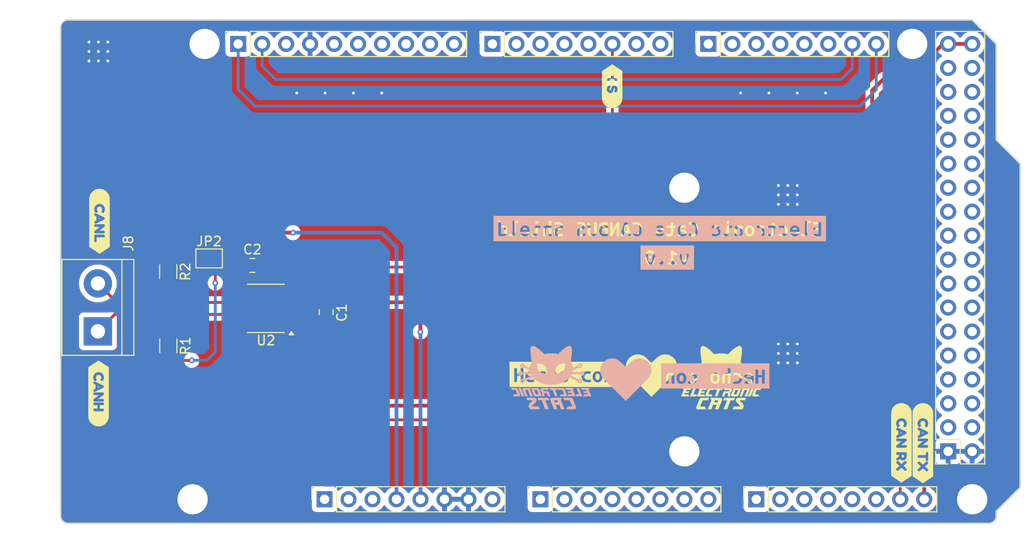
<source format=kicad_pcb>
(kicad_pcb (version 20240108) (generator "pcbnew") (generator_version "8.0")
  (title_block (date "mar. 31 mars 2015"))
  (layers (0 "F.Cu" signal) (31 "B.Cu" signal) (34 "B.Paste" user) (35 "F.Paste" user) (36 "B.SilkS" user "B.Silkscreen") (37 "F.SilkS" user "F.Silkscreen") (38 "B.Mask" user) (39 "F.Mask" user) (44 "Edge.Cuts" user))
  (net 0 "")
  (net 1 "GND")
  (net 2 "/*52")
  (net 3 "/53")
  (net 4 "/50")
  (net 5 "/51")
  (net 6 "/48")
  (net 7 "/49")
  (net 8 "/*46")
  (net 9 "/47")
  (net 10 "/*44")
  (net 11 "/*45")
  (net 12 "/42")
  (net 13 "/43")
  (net 14 "/40")
  (net 15 "/41")
  (net 16 "/38")
  (net 17 "/39")
  (net 18 "/36")
  (net 19 "/37")
  (net 20 "/34")
  (net 21 "/35")
  (net 22 "/32")
  (net 23 "/33")
  (net 24 "/30")
  (net 25 "/31")
  (net 26 "/28")
  (net 27 "/29")
  (net 28 "/26")
  (net 29 "/27")
  (net 30 "/24")
  (net 31 "/25")
  (net 32 "/22")
  (net 33 "/23")
  (net 34 "+5V")
  (net 35 "/IOREF")
  (net 36 "/A0")
  (net 37 "/A1")
  (net 38 "/A2")
  (net 39 "/A3")
  (net 40 "/A4")
  (net 41 "/A5")
  (net 42 "/A6")
  (net 43 "/A7")
  (net 44 "/A8")
  (net 45 "/A9")
  (net 46 "/A10")
  (net 47 "/A11")
  (net 48 "/A12")
  (net 49 "/A13")
  (net 50 "/CANRX0_DUE{slash}GIGA")
  (net 51 "/AREF")
  (net 52 "/*13")
  (net 53 "/*12")
  (net 54 "/*11")
  (net 55 "/*10")
  (net 56 "/*9")
  (net 57 "/*8")
  (net 58 "/*7")
  (net 59 "/*6")
  (net 60 "/*5")
  (net 61 "/*4")
  (net 62 "/*3")
  (net 63 "/*2")
  (net 64 "/TX0{slash}1")
  (net 65 "/RX0{slash}0")
  (net 66 "+3V3")
  (net 67 "/TX3{slash}14")
  (net 68 "/RX3{slash}15")
  (net 69 "/TX2{slash}16")
  (net 70 "/RX2{slash}17")
  (net 71 "/TX1{slash}18")
  (net 72 "/RX1{slash}19")
  (net 73 "/SDA{slash}20")
  (net 74 "/SCL{slash}21")
  (net 75 "VCC")
  (net 76 "/~{RESET}")
  (net 78 "/CANTX0_DUE{slash}GIGA")
  (net 79 "Net-(J8-Pin_1)")
  (net 80 "Net-(J8-Pin_2)")
  (net 81 "Net-(JP2-A)")
  (net 82 "Net-(JP2-B)")
  (footprint "Connector_PinSocket_2.54mm:PinSocket_2x18_P2.54mm_Vertical" (layer "F.Cu") (at 193.98 92.38 180)
    (property "Reference" "J7" (hide yes))
    (property "Value" "Digital")
    (pad "1" thru_hole rect (at 0 0 180) (size 1.7 1.7) (drill 1) (layers "*.Cu" "*.Mask") (net 1 "GND"))
    (pad "2" thru_hole oval (at -2.54 0 180) (size 1.7 1.7) (drill 1) (layers "*.Cu" "*.Mask") (net 1 "GND"))
    (pad "3" thru_hole oval (at 0 2.54 180) (size 1.7 1.7) (drill 1) (layers "*.Cu" "*.Mask") (net 2 "/*52"))
    (pad "4" thru_hole oval (at -2.54 2.54 180) (size 1.7 1.7) (drill 1) (layers "*.Cu" "*.Mask") (net 3 "/53"))
    (pad "5" thru_hole oval (at 0 5.08 180) (size 1.7 1.7) (drill 1) (layers "*.Cu" "*.Mask") (net 4 "/50"))
    (pad "6" thru_hole oval (at -2.54 5.08 180) (size 1.7 1.7) (drill 1) (layers "*.Cu" "*.Mask") (net 5 "/51"))
    (pad "7" thru_hole oval (at 0 7.62 180) (size 1.7 1.7) (drill 1) (layers "*.Cu" "*.Mask") (net 6 "/48"))
    (pad "8" thru_hole oval (at -2.54 7.62 180) (size 1.7 1.7) (drill 1) (layers "*.Cu" "*.Mask") (net 7 "/49"))
    (pad "9" thru_hole oval (at 0 10.16 180) (size 1.7 1.7) (drill 1) (layers "*.Cu" "*.Mask") (net 8 "/*46"))
    (pad "10" thru_hole oval (at -2.54 10.16 180) (size 1.7 1.7) (drill 1) (layers "*.Cu" "*.Mask") (net 9 "/47"))
    (pad "11" thru_hole oval (at 0 12.7 180) (size 1.7 1.7) (drill 1) (layers "*.Cu" "*.Mask") (net 10 "/*44"))
    (pad "12" thru_hole oval (at -2.54 12.7 180) (size 1.7 1.7) (drill 1) (layers "*.Cu" "*.Mask") (net 11 "/*45"))
    (pad "13" thru_hole oval (at 0 15.24 180) (size 1.7 1.7) (drill 1) (layers "*.Cu" "*.Mask") (net 12 "/42"))
    (pad "14" thru_hole oval (at -2.54 15.24 180) (size 1.7 1.7) (drill 1) (layers "*.Cu" "*.Mask") (net 13 "/43"))
    (pad "15" thru_hole oval (at 0 17.78 180) (size 1.7 1.7) (drill 1) (layers "*.Cu" "*.Mask") (net 14 "/40"))
    (pad "16" thru_hole oval (at -2.54 17.78 180) (size 1.7 1.7) (drill 1) (layers "*.Cu" "*.Mask") (net 15 "/41"))
    (pad "17" thru_hole oval (at 0 20.32 180) (size 1.7 1.7) (drill 1) (layers "*.Cu" "*.Mask") (net 16 "/38"))
    (pad "18" thru_hole oval (at -2.54 20.32 180) (size 1.7 1.7) (drill 1) (layers "*.Cu" "*.Mask") (net 17 "/39"))
    (pad "19" thru_hole oval (at 0 22.86 180) (size 1.7 1.7) (drill 1) (layers "*.Cu" "*.Mask") (net 18 "/36"))
    (pad "20" thru_hole oval (at -2.54 22.86 180) (size 1.7 1.7) (drill 1) (layers "*.Cu" "*.Mask") (net 19 "/37"))
    (pad "21" thru_hole oval (at 0 25.4 180) (size 1.7 1.7) (drill 1) (layers "*.Cu" "*.Mask") (net 20 "/34"))
    (pad "22" thru_hole oval (at -2.54 25.4 180) (size 1.7 1.7) (drill 1) (layers "*.Cu" "*.Mask") (net 21 "/35"))
    (pad "23" thru_hole oval (at 0 27.94 180) (size 1.7 1.7) (drill 1) (layers "*.Cu" "*.Mask") (net 22 "/32"))
    (pad "24" thru_hole oval (at -2.54 27.94 180) (size 1.7 1.7) (drill 1) (layers "*.Cu" "*.Mask") (net 23 "/33"))
    (pad "25" thru_hole oval (at 0 30.48 180) (size 1.7 1.7) (drill 1) (layers "*.Cu" "*.Mask") (net 24 "/30"))
    (pad "26" thru_hole oval (at -2.54 30.48 180) (size 1.7 1.7) (drill 1) (layers "*.Cu" "*.Mask") (net 25 "/31"))
    (pad "27" thru_hole oval (at 0 33.02 180) (size 1.7 1.7) (drill 1) (layers "*.Cu" "*.Mask") (net 26 "/28"))
    (pad "28" thru_hole oval (at -2.54 33.02 180) (size 1.7 1.7) (drill 1) (layers "*.Cu" "*.Mask") (net 27 "/29"))
    (pad "29" thru_hole oval (at 0 35.56 180) (size 1.7 1.7) (drill 1) (layers "*.Cu" "*.Mask") (net 28 "/26"))
    (pad "30" thru_hole oval (at -2.54 35.56 180) (size 1.7 1.7) (drill 1) (layers "*.Cu" "*.Mask") (net 29 "/27"))
    (pad "31" thru_hole oval (at 0 38.1 180) (size 1.7 1.7) (drill 1) (layers "*.Cu" "*.Mask") (net 30 "/24"))
    (pad "32" thru_hole oval (at -2.54 38.1 180) (size 1.7 1.7) (drill 1) (layers "*.Cu" "*.Mask") (net 31 "/25"))
    (pad "33" thru_hole oval (at 0 40.64 180) (size 1.7 1.7) (drill 1) (layers "*.Cu" "*.Mask") (net 32 "/22"))
    (pad "34" thru_hole oval (at -2.54 40.64 180) (size 1.7 1.7) (drill 1) (layers "*.Cu" "*.Mask") (net 33 "/23"))
    (pad "35" thru_hole oval (at 0 43.18 180) (size 1.7 1.7) (drill 1) (layers "*.Cu" "*.Mask") (net 34 "+5V"))
    (pad "36" thru_hole oval (at -2.54 43.18 180) (size 1.7 1.7) (drill 1) (layers "*.Cu" "*.Mask") (net 34 "+5V"))
  )
  (footprint "Connector_PinSocket_2.54mm:PinSocket_1x08_P2.54mm_Vertical" (layer "F.Cu") (at 127.94 97.46 90)
    (property "Reference" "J1" (hide yes))
    (property "Value" "Power")
    (pad "1" thru_hole rect (at 0 0 90) (size 1.7 1.7) (drill 1) (layers "*.Cu" "*.Mask"))
    (pad "2" thru_hole oval (at 0 2.54 90) (size 1.7 1.7) (drill 1) (layers "*.Cu" "*.Mask") (net 35 "/IOREF"))
    (pad "3" thru_hole oval (at 0 5.08 90) (size 1.7 1.7) (drill 1) (layers "*.Cu" "*.Mask") (net 76 "/~{RESET}"))
    (pad "4" thru_hole oval (at 0 7.62 90) (size 1.7 1.7) (drill 1) (layers "*.Cu" "*.Mask") (net 66 "+3V3"))
    (pad "5" thru_hole oval (at 0 10.16 90) (size 1.7 1.7) (drill 1) (layers "*.Cu" "*.Mask") (net 34 "+5V"))
    (pad "6" thru_hole oval (at 0 12.7 90) (size 1.7 1.7) (drill 1) (layers "*.Cu" "*.Mask") (net 1 "GND"))
    (pad "7" thru_hole oval (at 0 15.24 90) (size 1.7 1.7) (drill 1) (layers "*.Cu" "*.Mask") (net 1 "GND"))
    (pad "8" thru_hole oval (at 0 17.78 90) (size 1.7 1.7) (drill 1) (layers "*.Cu" "*.Mask") (net 75 "VCC"))
  )
  (footprint "Connector_PinSocket_2.54mm:PinSocket_1x08_P2.54mm_Vertical" (layer "F.Cu") (at 150.8 97.46 90)
    (property "Reference" "J3" (hide yes))
    (property "Value" "Analog")
    (pad "1" thru_hole rect (at 0 0 90) (size 1.7 1.7) (drill 1) (layers "*.Cu" "*.Mask") (net 36 "/A0"))
    (pad "2" thru_hole oval (at 0 2.54 90) (size 1.7 1.7) (drill 1) (layers "*.Cu" "*.Mask") (net 37 "/A1"))
    (pad "3" thru_hole oval (at 0 5.08 90) (size 1.7 1.7) (drill 1) (layers "*.Cu" "*.Mask") (net 38 "/A2"))
    (pad "4" thru_hole oval (at 0 7.62 90) (size 1.7 1.7) (drill 1) (layers "*.Cu" "*.Mask") (net 39 "/A3"))
    (pad "5" thru_hole oval (at 0 10.16 90) (size 1.7 1.7) (drill 1) (layers "*.Cu" "*.Mask") (net 40 "/A4"))
    (pad "6" thru_hole oval (at 0 12.7 90) (size 1.7 1.7) (drill 1) (layers "*.Cu" "*.Mask") (net 41 "/A5"))
    (pad "7" thru_hole oval (at 0 15.24 90) (size 1.7 1.7) (drill 1) (layers "*.Cu" "*.Mask") (net 42 "/A6"))
    (pad "8" thru_hole oval (at 0 17.78 90) (size 1.7 1.7) (drill 1) (layers "*.Cu" "*.Mask") (net 43 "/A7"))
  )
  (footprint "Connector_PinSocket_2.54mm:PinSocket_1x08_P2.54mm_Vertical" (layer "F.Cu") (at 173.66 97.46 90)
    (property "Reference" "J5" (hide yes))
    (property "Value" "Analog")
    (pad "1" thru_hole rect (at 0 0 90) (size 1.7 1.7) (drill 1) (layers "*.Cu" "*.Mask") (net 44 "/A8"))
    (pad "2" thru_hole oval (at 0 2.54 90) (size 1.7 1.7) (drill 1) (layers "*.Cu" "*.Mask") (net 45 "/A9"))
    (pad "3" thru_hole oval (at 0 5.08 90) (size 1.7 1.7) (drill 1) (layers "*.Cu" "*.Mask") (net 46 "/A10"))
    (pad "4" thru_hole oval (at 0 7.62 90) (size 1.7 1.7) (drill 1) (layers "*.Cu" "*.Mask") (net 47 "/A11"))
    (pad "5" thru_hole oval (at 0 10.16 90) (size 1.7 1.7) (drill 1) (layers "*.Cu" "*.Mask") (net 48 "/A12"))
    (pad "6" thru_hole oval (at 0 12.7 90) (size 1.7 1.7) (drill 1) (layers "*.Cu" "*.Mask") (net 49 "/A13"))
    (pad "7" thru_hole oval (at 0 15.24 90) (size 1.7 1.7) (drill 1) (layers "*.Cu" "*.Mask") (net 50 "/CANRX0_DUE{slash}GIGA"))
    (pad "8" thru_hole oval (at 0 17.78 90) (size 1.7 1.7) (drill 1) (layers "*.Cu" "*.Mask") (net 78 "/CANTX0_DUE{slash}GIGA"))
  )
  (footprint "Connector_PinSocket_2.54mm:PinSocket_1x10_P2.54mm_Vertical" (layer "F.Cu") (at 118.796 49.2 90)
    (property "Reference" "J2" (hide yes))
    (property "Value" "PWM")
    (pad "1" thru_hole rect (at 0 0 90) (size 1.7 1.7) (drill 1) (layers "*.Cu" "*.Mask") (net 74 "/SCL{slash}21"))
    (pad "2" thru_hole oval (at 0 2.54 90) (size 1.7 1.7) (drill 1) (layers "*.Cu" "*.Mask") (net 73 "/SDA{slash}20"))
    (pad "3" thru_hole oval (at 0 5.08 90) (size 1.7 1.7) (drill 1) (layers "*.Cu" "*.Mask") (net 51 "/AREF"))
    (pad "4" thru_hole oval (at 0 7.62 90) (size 1.7 1.7) (drill 1) (layers "*.Cu" "*.Mask") (net 1 "GND"))
    (pad "5" thru_hole oval (at 0 10.16 90) (size 1.7 1.7) (drill 1) (layers "*.Cu" "*.Mask") (net 52 "/*13"))
    (pad "6" thru_hole oval (at 0 12.7 90) (size 1.7 1.7) (drill 1) (layers "*.Cu" "*.Mask") (net 53 "/*12"))
    (pad "7" thru_hole oval (at 0 15.24 90) (size 1.7 1.7) (drill 1) (layers "*.Cu" "*.Mask") (net 54 "/*11"))
    (pad "8" thru_hole oval (at 0 17.78 90) (size 1.7 1.7) (drill 1) (layers "*.Cu" "*.Mask") (net 55 "/*10"))
    (pad "9" thru_hole oval (at 0 20.32 90) (size 1.7 1.7) (drill 1) (layers "*.Cu" "*.Mask") (net 56 "/*9"))
    (pad "10" thru_hole oval (at 0 22.86 90) (size 1.7 1.7) (drill 1) (layers "*.Cu" "*.Mask") (net 57 "/*8"))
  )
  (footprint "Connector_PinSocket_2.54mm:PinSocket_1x08_P2.54mm_Vertical" (layer "F.Cu") (at 145.72 49.2 90)
    (property "Reference" "J4" (hide yes))
    (property "Value" "PWM")
    (pad "1" thru_hole rect (at 0 0 90) (size 1.7 1.7) (drill 1) (layers "*.Cu" "*.Mask") (net 58 "/*7"))
    (pad "2" thru_hole oval (at 0 2.54 90) (size 1.7 1.7) (drill 1) (layers "*.Cu" "*.Mask") (net 59 "/*6"))
    (pad "3" thru_hole oval (at 0 5.08 90) (size 1.7 1.7) (drill 1) (layers "*.Cu" "*.Mask") (net 60 "/*5"))
    (pad "4" thru_hole oval (at 0 7.62 90) (size 1.7 1.7) (drill 1) (layers "*.Cu" "*.Mask") (net 61 "/*4"))
    (pad "5" thru_hole oval (at 0 10.16 90) (size 1.7 1.7) (drill 1) (layers "*.Cu" "*.Mask") (net 62 "/*3"))
    (pad "6" thru_hole oval (at 0 12.7 90) (size 1.7 1.7) (drill 1) (layers "*.Cu" "*.Mask") (net 63 "/*2"))
    (pad "7" thru_hole oval (at 0 15.24 90) (size 1.7 1.7) (drill 1) (layers "*.Cu" "*.Mask") (net 64 "/TX0{slash}1"))
    (pad "8" thru_hole oval (at 0 17.78 90) (size 1.7 1.7) (drill 1) (layers "*.Cu" "*.Mask") (net 65 "/RX0{slash}0"))
  )
  (footprint "Connector_PinSocket_2.54mm:PinSocket_1x08_P2.54mm_Vertical" (layer "F.Cu") (at 168.58 49.2 90)
    (property "Reference" "J6" (hide yes))
    (property "Value" "Communication")
    (pad "1" thru_hole rect (at 0 0 90) (size 1.7 1.7) (drill 1) (layers "*.Cu" "*.Mask") (net 67 "/TX3{slash}14"))
    (pad "2" thru_hole oval (at 0 2.54 90) (size 1.7 1.7) (drill 1) (layers "*.Cu" "*.Mask") (net 68 "/RX3{slash}15"))
    (pad "3" thru_hole oval (at 0 5.08 90) (size 1.7 1.7) (drill 1) (layers "*.Cu" "*.Mask") (net 69 "/TX2{slash}16"))
    (pad "4" thru_hole oval (at 0 7.62 90) (size 1.7 1.7) (drill 1) (layers "*.Cu" "*.Mask") (net 70 "/RX2{slash}17"))
    (pad "5" thru_hole oval (at 0 10.16 90) (size 1.7 1.7) (drill 1) (layers "*.Cu" "*.Mask") (net 71 "/TX1{slash}18"))
    (pad "6" thru_hole oval (at 0 12.7 90) (size 1.7 1.7) (drill 1) (layers "*.Cu" "*.Mask") (net 72 "/RX1{slash}19"))
    (pad "7" thru_hole oval (at 0 15.24 90) (size 1.7 1.7) (drill 1) (layers "*.Cu" "*.Mask") (net 73 "/SDA{slash}20"))
    (pad "8" thru_hole oval (at 0 17.78 90) (size 1.7 1.7) (drill 1) (layers "*.Cu" "*.Mask") (net 74 "/SCL{slash}21"))
  )
  (footprint "Aesthetics:electronic_cats_logo_8x6" (layer "F.Cu") (at 169.94 84.57)
    (property "Reference" "G***" (hide yes))
    (property "Value" "LOGO" (hide yes))
  )
  (footprint "kibuzzard-661820F9" (layer "F.Cu") (at 153.26 84.22)
    (property "Reference" "kibuzzard-661820F9" (hide yes))
    (property "Value" "G***" (hide yes))
  )
  (footprint "kibuzzard-66182200" (layer "F.Cu") (at 189.03 91.48 -90)
    (property "Reference" "kibuzzard-66182200" (hide yes))
    (property "Value" "G***" (hide yes))
  )
  (footprint "Arduino_MountingHole:MountingHole_3.2mm" (layer "F.Cu") (at 196.52 97.46)
    (property "Reference" "MH6" (hide yes))
    (property "Value" "MountingHole_3.2mm" (hide yes))
    (pad "" np_thru_hole circle (at 0 0) (size 3.2 3.2) (drill 3.2) (layers "*.Cu" "*.Mask"))
  )
  (footprint "kibuzzard-66182264" (layer "F.Cu") (at 104.01 86.24 -90)
    (property "Reference" "kibuzzard-66182264" (hide yes))
    (property "Value" "G***" (hide yes))
  )
  (footprint "Jumper:SolderJumper-2_P1.3mm_Bridged_Pad1.0x1.5mm" (layer "F.Cu") (at 115.72 71.93)
    (property "Reference" "JP2" (at 0 -1.8 0) (layer "F.SilkS"))
    (property "Value" "SolderJumper_2_Bridged")
    (fp_poly (pts (xy -0.25 -0.3) (xy 0.25 -0.3) (xy 0.25 0.3) (xy -0.25 0.3)) (fill solid) (layer "F.Cu"))
    (pad "1" smd rect (at -0.65 0) (size 1 1.5) (layers "F.Cu" "F.Mask") (net 81 "Net-(JP2-A)"))
    (pad "2" smd rect (at 0.65 0) (size 1 1.5) (layers "F.Cu" "F.Mask") (net 82 "Net-(JP2-B)"))
  )
  (footprint "kibuzzard-66182154" (layer "F.Cu") (at 163.44 68.76)
    (property "Reference" "kibuzzard-66182154" (hide yes))
    (property "Value" "G***" (hide yes))
  )
  (footprint "Capacitor_SMD:C_0805_2012Metric_Pad1.18x1.45mm_HandSolder" (layer "F.Cu") (at 120.3 72.67)
    (property "Reference" "C2" (at 0 -1.68 0) (layer "F.SilkS"))
    (property "Value" "0.1u")
    (pad "1" smd roundrect (at -1.0375 0) (size 1.175 1.45) (layers "F.Cu" "F.Paste" "F.Mask") (roundrect_rratio 0.212766) (net 66 "+3V3"))
    (pad "2" smd roundrect (at 1.0375 0) (size 1.175 1.45) (layers "F.Cu" "F.Paste" "F.Mask") (roundrect_rratio 0.212766) (net 1 "GND"))
  )
  (footprint "Aesthetics:heart" (layer "F.Cu") (at 159.84 84.82)
    (property "Reference" "Ref**" (hide yes))
    (property "Value" "Val**" (hide yes))
  )
  (footprint "Arduino_MountingHole:MountingHole_3.2mm" (layer "F.Cu") (at 115.24 49.2)
    (property "Reference" "MH1" (hide yes))
    (property "Value" "MountingHole_3.2mm" (hide yes))
    (pad "" np_thru_hole circle (at 0 0) (size 3.2 3.2) (drill 3.2) (layers "*.Cu" "*.Mask"))
  )
  (footprint "TerminalBlock:TerminalBlock_bornier-2_P5.08mm" (layer "F.Cu") (at 103.94 79.66 90)
    (property "Reference" "J8" (at 9.31 3.23 -90) (layer "F.SilkS"))
    (property "Value" "Screw_Terminal_01x02")
    (pad "1" thru_hole rect (at 0 0 90) (size 3 3) (drill 1.52) (layers "*.Cu" "*.Mask") (net 79 "Net-(J8-Pin_1)"))
    (pad "2" thru_hole circle (at 5.08 0 90) (size 3 3) (drill 1.52) (layers "*.Cu" "*.Mask") (net 80 "Net-(J8-Pin_2)"))
  )
  (footprint "kibuzzard-66182281" (layer "F.Cu") (at 104.11 68 -90)
    (property "Reference" "kibuzzard-66182281" (hide yes))
    (property "Value" "G***" (hide yes))
  )
  (footprint "kibuzzard-661821F7" (layer "F.Cu") (at 158.4 53.68 -90)
    (property "Reference" "kibuzzard-661821F7" (hide yes))
    (property "Value" "G***" (hide yes))
  )
  (footprint "Capacitor_SMD:C_0805_2012Metric_Pad1.18x1.45mm_HandSolder" (layer "F.Cu") (at 128.11 77.62 90)
    (property "Reference" "C1" (at -0.06 1.66 -90) (layer "F.SilkS"))
    (property "Value" "0.1u")
    (pad "1" smd roundrect (at -1.0375 0 90) (size 1.175 1.45) (layers "F.Cu" "F.Paste" "F.Mask") (roundrect_rratio 0.212766) (net 1 "GND"))
    (pad "2" smd roundrect (at 1.0375 0 90) (size 1.175 1.45) (layers "F.Cu" "F.Paste" "F.Mask") (roundrect_rratio 0.212766) (net 34 "+5V"))
  )
  (footprint "kibuzzard-66182208" (layer "F.Cu") (at 191.3 91.51 -90)
    (property "Reference" "kibuzzard-66182208" (hide yes))
    (property "Value" "G***" (hide yes))
  )
  (footprint "kibuzzard-6618216B" (layer "F.Cu") (at 164.23 71.84)
    (property "Reference" "kibuzzard-6618216B" (hide yes))
    (property "Value" "G***" (hide yes))
  )
  (footprint "Resistor_SMD:R_1206_3216Metric_Pad1.30x1.75mm_HandSolder" (layer "F.Cu") (at 111.39 73.34 -90)
    (property "Reference" "R2" (at 0 -1.82 -90) (layer "F.SilkS"))
    (property "Value" "60")
    (pad "1" smd roundrect (at -1.55 0 270) (size 1.3 1.75) (layers "F.Cu" "F.Paste" "F.Mask") (roundrect_rratio 0.192308) (net 81 "Net-(JP2-A)"))
    (pad "2" smd roundrect (at 1.55 0 270) (size 1.3 1.75) (layers "F.Cu" "F.Paste" "F.Mask") (roundrect_rratio 0.192308) (net 80 "Net-(J8-Pin_2)"))
  )
  (footprint "Package_SO:SOIC-8_3.9x4.9mm_P1.27mm" (layer "F.Cu") (at 121.73 77.23 180)
    (property "Reference" "U2" (at 0 -3.4 180) (layer "F.SilkS"))
    (property "Value" "TCAN1051HGV")
    (pad "1" smd roundrect (at -2.475 -1.905 180) (size 1.95 0.6) (layers "F.Cu" "F.Paste" "F.Mask") (net 78 "/CANTX0_DUE{slash}GIGA"))
    (pad "2" smd roundrect (at -2.475 -0.635 180) (size 1.95 0.6) (layers "F.Cu" "F.Paste" "F.Mask") (net 1 "GND"))
    (pad "3" smd roundrect (at -2.475 0.635 180) (size 1.95 0.6) (layers "F.Cu" "F.Paste" "F.Mask") (net 34 "+5V"))
    (pad "4" smd roundrect (at -2.475 1.905 180) (size 1.95 0.6) (layers "F.Cu" "F.Paste" "F.Mask") (net 50 "/CANRX0_DUE{slash}GIGA"))
    (pad "5" smd roundrect (at 2.475 1.905 180) (size 1.95 0.6) (layers "F.Cu" "F.Paste" "F.Mask") (net 66 "+3V3"))
    (pad "6" smd roundrect (at 2.475 0.635 180) (size 1.95 0.6) (layers "F.Cu" "F.Paste" "F.Mask") (net 80 "Net-(J8-Pin_2)"))
    (pad "7" smd roundrect (at 2.475 -0.635 180) (size 1.95 0.6) (layers "F.Cu" "F.Paste" "F.Mask") (net 79 "Net-(J8-Pin_1)"))
    (pad "8" smd roundrect (at 2.475 -1.905 180) (size 1.95 0.6) (layers "F.Cu" "F.Paste" "F.Mask") (net 63 "/*2"))
  )
  (footprint "Arduino_MountingHole:MountingHole_3.2mm" (layer "F.Cu") (at 113.97 97.46)
    (property "Reference" "MH2" (hide yes))
    (property "Value" "MountingHole_3.2mm" (hide yes))
    (pad "" np_thru_hole circle (at 0 0) (size 3.2 3.2) (drill 3.2) (layers "*.Cu" "*.Mask"))
  )
  (footprint "Arduino_MountingHole:MountingHole_3.2mm" (layer "F.Cu") (at 166.04 64.44)
    (property "Reference" "MH3" (hide yes))
    (property "Value" "MountingHole_3.2mm" (hide yes))
    (pad "" np_thru_hole circle (at 0 0) (size 3.2 3.2) (drill 3.2) (layers "*.Cu" "*.Mask"))
  )
  (footprint "Arduino_MountingHole:MountingHole_3.2mm" (layer "F.Cu") (at 166.04 92.38)
    (property "Reference" "MH4" (hide yes))
    (property "Value" "MountingHole_3.2mm" (hide yes))
    (pad "" np_thru_hole circle (at 0 0) (size 3.2 3.2) (drill 3.2) (layers "*.Cu" "*.Mask"))
  )
  (footprint "Resistor_SMD:R_1206_3216Metric_Pad1.30x1.75mm_HandSolder" (layer "F.Cu") (at 111.4 81.2 -90)
    (property "Reference" "R1" (at 0 -1.82 -90) (layer "F.SilkS"))
    (property "Value" "60")
    (pad "1" smd roundrect (at -1.55 0 270) (size 1.3 1.75) (layers "F.Cu" "F.Paste" "F.Mask") (roundrect_rratio 0.192308) (net 79 "Net-(J8-Pin_1)"))
    (pad "2" smd roundrect (at 1.55 0 270) (size 1.3 1.75) (layers "F.Cu" "F.Paste" "F.Mask") (roundrect_rratio 0.192308) (net 82 "Net-(JP2-B)"))
  )
  (footprint "Arduino_MountingHole:MountingHole_3.2mm" (layer "F.Cu") (at 190.17 49.2)
    (property "Reference" "MH5" (hide yes))
    (property "Value" "MountingHole_3.2mm" (hide yes))
    (pad "" np_thru_hole circle (at 0 0) (size 3.2 3.2) (drill 3.2) (layers "*.Cu" "*.Mask"))
  )
  (footprint "kibuzzard-661820F9" (layer "B.Cu") (at 169.32 84.39 180)
    (property "Reference" "kibuzzard-661820F9" (hide yes))
    (property "Value" "G***" (hide yes))
  )
  (footprint "kibuzzard-6618216B" (layer "B.Cu") (at 164.23 71.84 180)
    (property "Reference" "kibuzzard-6618216B" (hide yes))
    (property "Value" "G***" (hide yes))
  )
  (footprint "Aesthetics:electronic_cats_logo_8x6" (layer "B.Cu") (at 151.94 84.56 180)
    (property "Reference" "G***" (hide yes))
    (property "Value" "LOGO" (hide yes))
  )
  (footprint "Aesthetics:heart" (layer "B.Cu") (at 162.56 84.39 180)
    (property "Reference" "Ref**" (hide yes))
    (property "Value" "Val**" (hide yes))
  )
  (footprint "kibuzzard-66182154" (layer "B.Cu") (at 163.44 68.76 180)
    (property "Reference" "kibuzzard-66182154" (hide yes))
    (property "Value" "G***" (hide yes))
  )
  (gr_line (start 199.06 59.36) (end 201.6 61.9) (stroke (width 0.15)) (layer "Edge.Cuts"))
  (gr_line (start 100 99.238) (end 100 47.422) (stroke (width 0.15)) (layer "Edge.Cuts"))
  (gr_line (start 201.6 61.9) (end 201.6 96.19) (stroke (width 0.15)) (layer "Edge.Cuts"))
  (gr_line (start 198.298 100) (end 100.762 100) (stroke (width 0.15)) (layer "Edge.Cuts"))
  (gr_line (start 100.762 46.66) (end 196.52 46.66) (stroke (width 0.15)) (layer "Edge.Cuts"))
  (gr_arc (start 100.762 100) (mid 100.223185 99.776815) (end 100 99.238) (stroke (width 0.15)) (layer "Edge.Cuts"))
  (gr_line (start 201.6 96.19) (end 199.06 98.73) (stroke (width 0.15)) (layer "Edge.Cuts"))
  (gr_line (start 196.52 46.66) (end 199.06 49.2) (stroke (width 0.15)) (layer "Edge.Cuts"))
  (gr_arc (start 199.06 99.238) (mid 198.836815 99.776815) (end 198.298 100) (stroke (width 0.15)) (layer "Edge.Cuts"))
  (gr_line (start 199.06 49.2) (end 199.06 59.36) (stroke (width 0.15)) (layer "Edge.Cuts"))
  (gr_line (start 199.06 98.73) (end 199.06 99.238) (stroke (width 0.15)) (layer "Edge.Cuts"))
  (gr_arc (start 100 47.422) (mid 100.223185 46.883185) (end 100.762 46.66) (stroke (width 0.15)) (layer "Edge.Cuts"))
  (via (at 128 54.4) (size 0.6) (drill 0.3) (layers "F.Cu" "B.Cu") (net 1))
  (via (at 105 50) (size 0.6) (drill 0.3) (layers "F.Cu" "B.Cu") (net 1))
  (via (at 104 51) (size 0.6) (drill 0.3) (layers "F.Cu" "B.Cu") (net 1))
  (via (at 177 66.2) (size 0.6) (drill 0.3) (layers "F.Cu" "B.Cu") (net 1))
  (via (at 176 83) (size 0.6) (drill 0.3) (layers "F.Cu" "B.Cu") (net 1))
  (via (at 103 51) (size 0.6) (drill 0.3) (layers "F.Cu" "B.Cu") (net 1))
  (via (at 178 83) (size 0.6) (drill 0.3) (layers "F.Cu" "B.Cu") (net 1))
  (via (at 178 81) (size 0.6) (drill 0.3) (layers "F.Cu" "B.Cu") (net 1))
  (via (at 178 82) (size 0.6) (drill 0.3) (layers "F.Cu" "B.Cu") (net 1))
  (via (at 105 49) (size 0.6) (drill 0.3) (layers "F.Cu" "B.Cu") (net 1))
  (via (at 176 81) (size 0.6) (drill 0.3) (layers "F.Cu" "B.Cu") (net 1))
  (via (at 177 83) (size 0.6) (drill 0.3) (layers "F.Cu" "B.Cu") (net 1))
  (via (at 177 82) (size 0.6) (drill 0.3) (layers "F.Cu" "B.Cu") (net 1))
  (via (at 177 65.2) (size 0.6) (drill 0.3) (layers "F.Cu" "B.Cu") (net 1))
  (via (at 176 65.2) (size 0.6) (drill 0.3) (layers "F.Cu" "B.Cu") (net 1))
  (via (at 178 64.2) (size 0.6) (drill 0.3) (layers "F.Cu" "B.Cu") (net 1))
  (via (at 131 54.4) (size 0.6) (drill 0.3) (layers "F.Cu" "B.Cu") (net 1))
  (via (at 178 66.2) (size 0.6) (drill 0.3) (layers "F.Cu" "B.Cu") (net 1))
  (via (at 176 82) (size 0.6) (drill 0.3) (layers "F.Cu" "B.Cu") (net 1))
  (via (at 177 81) (size 0.6) (drill 0.3) (layers "F.Cu" "B.Cu") (net 1))
  (via (at 177 64.2) (size 0.6) (drill 0.3) (layers "F.Cu" "B.Cu") (net 1))
  (via (at 178 54.4) (size 0.6) (drill 0.3) (layers "F.Cu" "B.Cu") (net 1))
  (via (at 104 50) (size 0.6) (drill 0.3) (layers "F.Cu" "B.Cu") (net 1))
  (via (at 103 49) (size 0.6) (drill 0.3) (layers "F.Cu" "B.Cu") (net 1))
  (via (at 176 66.2) (size 0.6) (drill 0.3) (layers "F.Cu" "B.Cu") (net 1))
  (via (at 172 54.4) (size 0.6) (drill 0.3) (layers "F.Cu" "B.Cu") (net 1))
  (via (at 175 54.4) (size 0.6) (drill 0.3) (layers "F.Cu" "B.Cu") (net 1))
  (via (at 104 49) (size 0.6) (drill 0.3) (layers "F.Cu" "B.Cu") (net 1))
  (via (at 134 54.4) (size 0.6) (drill 0.3) (layers "F.Cu" "B.Cu") (net 1))
  (via (at 181 54.4) (size 0.6) (drill 0.3) (layers "F.Cu" "B.Cu") (net 1))
  (via (at 105 51) (size 0.6) (drill 0.3) (layers "F.Cu" "B.Cu") (net 1))
  (via (at 176 64.2) (size 0.6) (drill 0.3) (layers "F.Cu" "B.Cu") (net 1))
  (via (at 103 50) (size 0.6) (drill 0.3) (layers "F.Cu" "B.Cu") (net 1))
  (via (at 125 54.4) (size 0.6) (drill 0.3) (layers "F.Cu" "B.Cu") (net 1))
  (via (at 178 65.2) (size 0.6) (drill 0.3) (layers "F.Cu" "B.Cu") (net 1))
  (segment (start 128.11 76.5825) (end 137.39 76.5825) (width 0.4) (layer "F.Cu") (net 34))
  (segment (start 138.09 76.5825) (end 138.65 76.5825) (width 0.4) (layer "F.Cu") (net 34))
  (segment (start 185.93 54.12) (end 187.19 52.86) (width 0.4) (layer "F.Cu") (net 34))
  (segment (start 124.205 76.595) (end 128.0975 76.595) (width 0.4) (layer "F.Cu") (net 34))
  (segment (start 183.7075 76.5825) (end 185.93 74.36) (width 0.4) (layer "F.Cu") (net 34))
  (segment (start 185.93 74.36) (end 185.93 54.12) (width 0.4) (layer "F.Cu") (net 34))
  (segment (start 137.39 76.5825) (end 137.5425 76.5825) (width 0.4) (layer "F.Cu") (net 34))
  (segment (start 138.1025 77.13) (end 138.65 76.5825) (width 0.4) (layer "F.Cu") (net 34))
  (segment (start 138.09 77.13) (end 138.1025 77.13) (width 0.4) (layer "F.Cu") (net 34))
  (segment (start 138.65 76.5825) (end 183.7075 76.5825) (width 0.4) (layer "F.Cu") (net 34))
  (segment (start 192.25 51.51) (end 192.25 50.38) (width 0.4) (layer "F.Cu") (net 34))
  (segment (start 190.9 52.86) (end 192.25 51.51) (width 0.4) (layer "F.Cu") (net 34))
  (segment (start 187.19 52.86) (end 190.9 52.86) (width 0.4) (layer "F.Cu") (net 34))
  (segment (start 128.0975 76.595) (end 128.11 76.5825) (width 0.4) (layer "F.Cu") (net 34))
  (segment (start 138.09 79.72) (end 138.09 77.13) (width 0.4) (layer "F.Cu") (net 34))
  (segment (start 196.52 49.2) (end 193.98 49.2) (width 0.4) (layer "F.Cu") (net 34))
  (segment (start 193.43 49.2) (end 193.98 49.2) (width 0.4) (layer "F.Cu") (net 34))
  (segment (start 137.5425 76.5825) (end 138.09 77.13) (width 0.4) (layer "F.Cu") (net 34))
  (segment (start 192.25 50.38) (end 193.43 49.2) (width 0.4) (layer "F.Cu") (net 34))
  (segment (start 138.09 77.13) (end 138.09 76.5825) (width 0.4) (layer "F.Cu") (net 34))
  (segment (start 137.39 76.5825) (end 138.09 76.5825) (width 0.4) (layer "F.Cu") (net 34))
  (via (at 138.09 79.72) (size 0.6) (drill 0.3) (layers "F.Cu" "B.Cu") (net 34))
  (segment (start 138.09 79.72) (end 138.1 79.73) (width 0.4) (layer "B.Cu") (net 34))
  (segment (start 138.1 79.73) (end 138.1 97.46) (width 0.4) (layer "B.Cu") (net 34))
  (segment (start 188.9 97.46) (end 188.9 90.62) (width 0.3) (layer "F.Cu") (net 50))
  (segment (start 122.43 75.95) (end 123.055 75.325) (width 0.3) (layer "F.Cu") (net 50))
  (segment (start 122.43 87.18) (end 122.43 75.95) (width 0.3) (layer "F.Cu") (net 50))
  (segment (start 123.055 75.325) (end 124.205 75.325) (width 0.3) (layer "F.Cu") (net 50))
  (segment (start 187.32 89.04) (end 124.29 89.04) (width 0.3) (layer "F.Cu") (net 50))
  (segment (start 188.9 90.62) (end 187.32 89.04) (width 0.3) (layer "F.Cu") (net 50))
  (segment (start 124.29 89.04) (end 122.43 87.18) (width 0.3) (layer "F.Cu") (net 50))
  (segment (start 121.93 74.36) (end 123.44 72.85) (width 0.3) (layer "F.Cu") (net 63))
  (segment (start 158.42 70.59) (end 158.42 49.2) (width 0.3) (layer "F.Cu") (net 63))
  (segment (start 119.255 79.135) (end 120.975 79.135) (width 0.3) (layer "F.Cu") (net 63))
  (segment (start 120.975 79.135) (end 121.93 78.18) (width 0.3) (layer "F.Cu") (net 63))
  (segment (start 123.44 72.85) (end 156.16 72.85) (width 0.3) (layer "F.Cu") (net 63))
  (segment (start 156.16 72.85) (end 158.42 70.59) (width 0.3) (layer "F.Cu") (net 63))
  (segment (start 121.93 78.18) (end 121.93 74.36) (width 0.3) (layer "F.Cu") (net 63))
  (segment (start 119.2625 70.1375) (end 120.2 69.2) (width 0.4) (layer "F.Cu") (net 66))
  (segment (start 119.2625 72.67) (end 119.2625 70.1375) (width 0.4) (layer "F.Cu") (net 66))
  (segment (start 119.255 75.325) (end 119.255 72.6775) (width 0.4) (layer "F.Cu") (net 66))
  (segment (start 119.255 72.6775) (end 119.2625 72.67) (width 0.4) (layer "F.Cu") (net 66))
  (segment (start 120.2 69.2) (end 124.6 69.2) (width 0.4) (layer "F.Cu") (net 66))
  (via (at 124.6 69.2) (size 0.6) (drill 0.3) (layers "F.Cu" "B.Cu") (net 66))
  (segment (start 135.56 70.84) (end 135.56 97.46) (width 0.4) (layer "B.Cu") (net 66))
  (segment (start 134 69.2) (end 135.6 70.8) (width 0.4) (layer "B.Cu") (net 66))
  (segment (start 135.6 70.8) (end 135.56 70.84) (width 0.4) (layer "B.Cu") (net 66))
  (segment (start 124.6 69.2) (end 134 69.2) (width 0.4) (layer "B.Cu") (net 66))
  (segment (start 121.336 51.536) (end 122.76 52.96) (width 0.3) (layer "B.Cu") (net 73))
  (segment (start 183.82 51.79) (end 183.82 49.2) (width 0.3) (layer "B.Cu") (net 73))
  (segment (start 121.336 49.2) (end 121.336 51.536) (width 0.3) (layer "B.Cu") (net 73))
  (segment (start 182.65 52.96) (end 183.82 51.79) (width 0.3) (layer "B.Cu") (net 73))
  (segment (start 122.76 52.96) (end 182.65 52.96) (width 0.3) (layer "B.Cu") (net 73))
  (segment (start 120.6 55.8) (end 118.796 53.996) (width 0.3) (layer "B.Cu") (net 74))
  (segment (start 118.796 53.996) (end 118.796 49.2) (width 0.3) (layer "B.Cu") (net 74))
  (segment (start 186.36 54.04) (end 184.6 55.8) (width 0.3) (layer "B.Cu") (net 74))
  (segment (start 184.6 55.8) (end 120.6 55.8) (width 0.3) (layer "B.Cu") (net 74))
  (segment (start 186.36 49.2) (end 186.36 54.04) (width 0.3) (layer "B.Cu") (net 74))
  (segment (start 191.44 89.84) (end 189.14 87.54) (width 0.4) (layer "F.Cu") (net 78))
  (segment (start 124.205 86.205) (end 124.205 79.135) (width 0.4) (layer "F.Cu") (net 78))
  (segment (start 191.44 97.46) (end 191.44 89.84) (width 0.4) (layer "F.Cu") (net 78))
  (segment (start 189.14 87.54) (end 125.54 87.54) (width 0.4) (layer "F.Cu") (net 78))
  (segment (start 125.54 87.54) (end 124.205 86.205) (width 0.4) (layer "F.Cu") (net 78))
  (segment (start 105.73 77.87) (end 103.94 79.66) (width 0.3) (layer "F.Cu") (net 79))
  (segment (start 111.05 77.87) (end 110.945 77.87) (width 0.3) (layer "F.Cu") (net 79))
  (segment (start 111.4 78.32) (end 111.85 77.87) (width 0.3) (layer "F.Cu") (net 79))
  (segment (start 119.255 77.865) (end 119.25 77.87) (width 0.3) (layer "F.Cu") (net 79))
  (segment (start 110.05 77.87) (end 105.73 77.87) (width 0.3) (layer "F.Cu") (net 79))
  (segment (start 119.25 77.87) (end 111.85 77.87) (width 0.3) (layer "F.Cu") (net 79))
  (segment (start 111.05 77.87) (end 110.49 77.87) (width 0.3) (layer "F.Cu") (net 79))
  (segment (start 111.4 79.65) (end 111.4 78.325) (width 0.3) (layer "F.Cu") (net 79))
  (segment (start 111.4 77.87) (end 111.05 77.87) (width 0.3) (layer "F.Cu") (net 79))
  (segment (start 110.13 77.87) (end 110.05 77.87) (width 0.3) (layer "F.Cu") (net 79))
  (segment (start 111.4 78.325) (end 111.4 78.32) (width 0.3) (layer "F.Cu") (net 79))
  (segment (start 110.49 77.87) (end 110.05 77.87) (width 0.3) (layer "F.Cu") (net 79))
  (segment (start 111.4 78.325) (end 111.4 77.87) (width 0.3) (layer "F.Cu") (net 79))
  (segment (start 111.85 77.87) (end 111.4 77.87) (width 0.3) (layer "F.Cu") (net 79))
  (segment (start 110.945 77.87) (end 111.4 78.325) (width 0.3) (layer "F.Cu") (net 79))
  (segment (start 111.39 76.125) (end 111.375 76.125) (width 0.3) (layer "F.Cu") (net 80))
  (segment (start 111.39 76.59) (end 111.4 76.6) (width 0.3) (layer "F.Cu") (net 80))
  (segment (start 119.255 76.595) (end 119.25 76.6) (width 0.3) (layer "F.Cu") (net 80))
  (segment (start 119.25 76.6) (end 111.875 76.6) (width 0.3) (layer "F.Cu") (net 80))
  (segment (start 110.09 76.6) (end 105.96 76.6) (width 0.3) (layer "F.Cu") (net 80))
  (segment (start 111.4 76.6) (end 110.9 76.6) (width 0.3) (layer "F.Cu") (net 80))
  (segment (start 110.5 76.6) (end 110.09 76.6) (width 0.3) (layer "F.Cu") (net 80))
  (segment (start 111.4 76.125) (end 111.875 76.6) (width 0.3) (layer "F.Cu") (net 80))
  (segment (start 111.39 76.125) (end 111.4 76.125) (width 0.3) (layer "F.Cu") (net 80))
  (segment (start 111.39 74.89) (end 111.39 76.125) (width 0.3) (layer "F.Cu") (net 80))
  (segment (start 110.9 76.6) (end 110.5 76.6) (width 0.3) (layer "F.Cu") (net 80))
  (segment (start 111.875 76.6) (end 111.4 76.6) (width 0.3) (layer "F.Cu") (net 80))
  (segment (start 111.39 76.125) (end 111.39 76.59) (width 0.3) (layer "F.Cu") (net 80))
  (segment (start 105.96 76.6) (end 103.94 74.58) (width 0.3) (layer "F.Cu") (net 80))
  (segment (start 111.375 76.125) (end 110.9 76.6) (width 0.3) (layer "F.Cu") (net 80))
  (segment (start 111.53 71.93) (end 111.39 71.79) (width 0.3) (layer "F.Cu") (net 81))
  (segment (start 115.07 71.93) (end 111.53 71.93) (width 0.3) (layer "F.Cu") (net 81))
  (segment (start 111.4 82.75) (end 113.86 82.75) (width 0.3) (layer "F.Cu") (net 82))
  (segment (start 113.86 82.75) (end 113.88 82.73) (width 0.3) (layer "F.Cu") (net 82))
  (segment (start 116.37 74.53) (end 116.37 71.93) (width 0.3) (layer "F.Cu") (net 82))
  (via (at 113.88 82.73) (size 0.6) (drill 0.3) (layers "F.Cu" "B.Cu") (net 82))
  (via (at 116.37 74.53) (size 0.6) (drill 0.3) (layers "F.Cu" "B.Cu") (net 82))
  (segment (start 115.48 82.73) (end 116.37 81.84) (width 0.3) (layer "B.Cu") (net 82))
  (segment (start 113.88 82.73) (end 115.48 82.73) (width 0.3) (layer "B.Cu") (net 82))
  (segment (start 116.37 81.84) (end 116.37 74.53) (width 0.3) (layer "B.Cu") (net 82))
  (zone (net 1) (net_name "GND") (layers "F&B.Cu") (connect_pads (clearance 0.508)) (min_thickness 0.25) (fill yes (thermal_gap 0.5) (thermal_bridge_width 0.5))
    (polygon (pts (xy 201.99 46.71) (xy 201.6 100) (xy 100.02 99.96) (xy 100.02 46.63) (xy 202.01 46.52) (xy 201.99 46.86) (xy 202.03 46.9)))
  )
)
</source>
